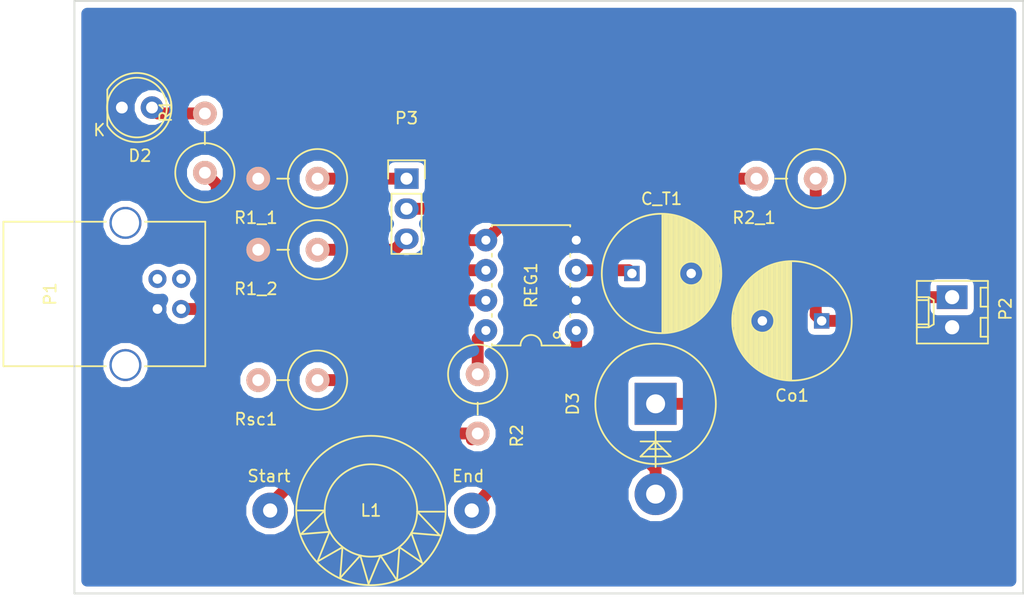
<source format=kicad_pcb>
(kicad_pcb (version 4) (host pcbnew 4.0.4-stable)

  (general
    (links 27)
    (no_connects 2)
    (area 99.924999 49.924999 180.075001 100.075001)
    (thickness 1.6)
    (drawings 4)
    (tracks 43)
    (zones 0)
    (modules 15)
    (nets 13)
  )

  (page A4)
  (layers
    (0 F.Cu signal)
    (31 B.Cu signal)
    (32 B.Adhes user)
    (33 F.Adhes user)
    (34 B.Paste user)
    (35 F.Paste user)
    (36 B.SilkS user)
    (37 F.SilkS user)
    (38 B.Mask user)
    (39 F.Mask user)
    (40 Dwgs.User user)
    (41 Cmts.User user)
    (42 Eco1.User user)
    (43 Eco2.User user)
    (44 Edge.Cuts user)
    (45 Margin user)
    (46 B.CrtYd user)
    (47 F.CrtYd user)
    (48 B.Fab user)
    (49 F.Fab user)
  )

  (setup
    (last_trace_width 1)
    (trace_clearance 0.2)
    (zone_clearance 0.508)
    (zone_45_only no)
    (trace_min 0.2)
    (segment_width 0.2)
    (edge_width 0.15)
    (via_size 0.6)
    (via_drill 0.4)
    (via_min_size 0.4)
    (via_min_drill 0.3)
    (uvia_size 0.3)
    (uvia_drill 0.1)
    (uvias_allowed no)
    (uvia_min_size 0.2)
    (uvia_min_drill 0.1)
    (pcb_text_width 0.3)
    (pcb_text_size 1.5 1.5)
    (mod_edge_width 0.15)
    (mod_text_size 1 1)
    (mod_text_width 0.15)
    (pad_size 1.524 1.524)
    (pad_drill 0.762)
    (pad_to_mask_clearance 0.2)
    (aux_axis_origin 0 0)
    (visible_elements 7FFFF7FF)
    (pcbplotparams
      (layerselection 0x00030_80000001)
      (usegerberextensions false)
      (excludeedgelayer true)
      (linewidth 0.100000)
      (plotframeref false)
      (viasonmask false)
      (mode 1)
      (useauxorigin false)
      (hpglpennumber 1)
      (hpglpenspeed 20)
      (hpglpendiameter 15)
      (hpglpenoverlay 2)
      (psnegative false)
      (psa4output false)
      (plotreference true)
      (plotvalue true)
      (plotinvisibletext false)
      (padsonsilk false)
      (subtractmaskfromsilk false)
      (outputformat 1)
      (mirror false)
      (drillshape 1)
      (scaleselection 1)
      (outputdirectory ""))
  )

  (net 0 "")
  (net 1 /TIM_CAP)
  (net 2 GND)
  (net 3 /Vout)
  (net 4 VCC)
  (net 5 "Net-(D2-Pad2)")
  (net 6 /SW_COL)
  (net 7 /Ipk)
  (net 8 /INV_IN)
  (net 9 /DRIV_COL)
  (net 10 "Net-(P3-Pad1)")
  (net 11 "Net-(P3-Pad3)")
  (net 12 "Net-(P1-Pad5)")

  (net_class Default "This is the default net class."
    (clearance 0.2)
    (trace_width 1)
    (via_dia 0.6)
    (via_drill 0.4)
    (uvia_dia 0.3)
    (uvia_drill 0.1)
    (add_net /DRIV_COL)
    (add_net /INV_IN)
    (add_net /Ipk)
    (add_net /SW_COL)
    (add_net /TIM_CAP)
    (add_net /Vout)
    (add_net GND)
    (add_net "Net-(D2-Pad2)")
    (add_net "Net-(P1-Pad5)")
    (add_net "Net-(P3-Pad1)")
    (add_net "Net-(P3-Pad3)")
    (add_net VCC)
  )

  (module Resistors_ThroughHole:Resistor_Vertical_RM5mm (layer F.Cu) (tedit 0) (tstamp 583B231B)
    (at 134 84 270)
    (descr "Resistor, Vertical, RM 5mm, 1/3W,")
    (tags "Resistor, Vertical, RM 5mm, 1/3W,")
    (path /583AC61D)
    (fp_text reference R2 (at 2.70002 -3.29946 270) (layer F.SilkS)
      (effects (font (size 1 1) (thickness 0.15)))
    )
    (fp_text value R180 (at 0 4.50088 270) (layer F.Fab)
      (effects (font (size 1 1) (thickness 0.15)))
    )
    (fp_line (start -0.09906 0) (end 0.9017 0) (layer F.SilkS) (width 0.15))
    (fp_circle (center -2.49936 0) (end 0 0) (layer F.SilkS) (width 0.15))
    (pad 1 thru_hole circle (at -2.49936 0 270) (size 1.99898 1.99898) (drill 1.00076) (layers *.Cu *.SilkS *.Mask)
      (net 9 /DRIV_COL))
    (pad 2 thru_hole circle (at 2.5019 0 270) (size 1.99898 1.99898) (drill 1.00076) (layers *.Cu *.SilkS *.Mask)
      (net 7 /Ipk))
  )

  (module Capacitors_ThroughHole:C_Radial_D10_L13_P5 (layer F.Cu) (tedit 0) (tstamp 583B22E5)
    (at 163 77 180)
    (descr "Radial Electrolytic Capacitor Diameter 10mm x Length 13mm, Pitch 5mm")
    (tags "Electrolytic Capacitor")
    (path /583AD3FB)
    (fp_text reference Co1 (at 2.5 -6.3 180) (layer F.SilkS)
      (effects (font (size 1 1) (thickness 0.15)))
    )
    (fp_text value 47uF (at 2.5 6.3 180) (layer F.Fab)
      (effects (font (size 1 1) (thickness 0.15)))
    )
    (fp_line (start 2.575 -4.999) (end 2.575 4.999) (layer F.SilkS) (width 0.15))
    (fp_line (start 2.715 -4.995) (end 2.715 4.995) (layer F.SilkS) (width 0.15))
    (fp_line (start 2.855 -4.987) (end 2.855 4.987) (layer F.SilkS) (width 0.15))
    (fp_line (start 2.995 -4.975) (end 2.995 4.975) (layer F.SilkS) (width 0.15))
    (fp_line (start 3.135 -4.96) (end 3.135 4.96) (layer F.SilkS) (width 0.15))
    (fp_line (start 3.275 -4.94) (end 3.275 4.94) (layer F.SilkS) (width 0.15))
    (fp_line (start 3.415 -4.916) (end 3.415 4.916) (layer F.SilkS) (width 0.15))
    (fp_line (start 3.555 -4.887) (end 3.555 4.887) (layer F.SilkS) (width 0.15))
    (fp_line (start 3.695 -4.855) (end 3.695 4.855) (layer F.SilkS) (width 0.15))
    (fp_line (start 3.835 -4.818) (end 3.835 4.818) (layer F.SilkS) (width 0.15))
    (fp_line (start 3.975 -4.777) (end 3.975 4.777) (layer F.SilkS) (width 0.15))
    (fp_line (start 4.115 -4.732) (end 4.115 -0.466) (layer F.SilkS) (width 0.15))
    (fp_line (start 4.115 0.466) (end 4.115 4.732) (layer F.SilkS) (width 0.15))
    (fp_line (start 4.255 -4.682) (end 4.255 -0.667) (layer F.SilkS) (width 0.15))
    (fp_line (start 4.255 0.667) (end 4.255 4.682) (layer F.SilkS) (width 0.15))
    (fp_line (start 4.395 -4.627) (end 4.395 -0.796) (layer F.SilkS) (width 0.15))
    (fp_line (start 4.395 0.796) (end 4.395 4.627) (layer F.SilkS) (width 0.15))
    (fp_line (start 4.535 -4.567) (end 4.535 -0.885) (layer F.SilkS) (width 0.15))
    (fp_line (start 4.535 0.885) (end 4.535 4.567) (layer F.SilkS) (width 0.15))
    (fp_line (start 4.675 -4.502) (end 4.675 -0.946) (layer F.SilkS) (width 0.15))
    (fp_line (start 4.675 0.946) (end 4.675 4.502) (layer F.SilkS) (width 0.15))
    (fp_line (start 4.815 -4.432) (end 4.815 -0.983) (layer F.SilkS) (width 0.15))
    (fp_line (start 4.815 0.983) (end 4.815 4.432) (layer F.SilkS) (width 0.15))
    (fp_line (start 4.955 -4.356) (end 4.955 -0.999) (layer F.SilkS) (width 0.15))
    (fp_line (start 4.955 0.999) (end 4.955 4.356) (layer F.SilkS) (width 0.15))
    (fp_line (start 5.095 -4.274) (end 5.095 -0.995) (layer F.SilkS) (width 0.15))
    (fp_line (start 5.095 0.995) (end 5.095 4.274) (layer F.SilkS) (width 0.15))
    (fp_line (start 5.235 -4.186) (end 5.235 -0.972) (layer F.SilkS) (width 0.15))
    (fp_line (start 5.235 0.972) (end 5.235 4.186) (layer F.SilkS) (width 0.15))
    (fp_line (start 5.375 -4.091) (end 5.375 -0.927) (layer F.SilkS) (width 0.15))
    (fp_line (start 5.375 0.927) (end 5.375 4.091) (layer F.SilkS) (width 0.15))
    (fp_line (start 5.515 -3.989) (end 5.515 -0.857) (layer F.SilkS) (width 0.15))
    (fp_line (start 5.515 0.857) (end 5.515 3.989) (layer F.SilkS) (width 0.15))
    (fp_line (start 5.655 -3.879) (end 5.655 -0.756) (layer F.SilkS) (width 0.15))
    (fp_line (start 5.655 0.756) (end 5.655 3.879) (layer F.SilkS) (width 0.15))
    (fp_line (start 5.795 -3.761) (end 5.795 -0.607) (layer F.SilkS) (width 0.15))
    (fp_line (start 5.795 0.607) (end 5.795 3.761) (layer F.SilkS) (width 0.15))
    (fp_line (start 5.935 -3.633) (end 5.935 -0.355) (layer F.SilkS) (width 0.15))
    (fp_line (start 5.935 0.355) (end 5.935 3.633) (layer F.SilkS) (width 0.15))
    (fp_line (start 6.075 -3.496) (end 6.075 3.496) (layer F.SilkS) (width 0.15))
    (fp_line (start 6.215 -3.346) (end 6.215 3.346) (layer F.SilkS) (width 0.15))
    (fp_line (start 6.355 -3.184) (end 6.355 3.184) (layer F.SilkS) (width 0.15))
    (fp_line (start 6.495 -3.007) (end 6.495 3.007) (layer F.SilkS) (width 0.15))
    (fp_line (start 6.635 -2.811) (end 6.635 2.811) (layer F.SilkS) (width 0.15))
    (fp_line (start 6.775 -2.593) (end 6.775 2.593) (layer F.SilkS) (width 0.15))
    (fp_line (start 6.915 -2.347) (end 6.915 2.347) (layer F.SilkS) (width 0.15))
    (fp_line (start 7.055 -2.062) (end 7.055 2.062) (layer F.SilkS) (width 0.15))
    (fp_line (start 7.195 -1.72) (end 7.195 1.72) (layer F.SilkS) (width 0.15))
    (fp_line (start 7.335 -1.274) (end 7.335 1.274) (layer F.SilkS) (width 0.15))
    (fp_line (start 7.475 -0.499) (end 7.475 0.499) (layer F.SilkS) (width 0.15))
    (fp_circle (center 5 0) (end 5 -1) (layer F.SilkS) (width 0.15))
    (fp_circle (center 2.5 0) (end 2.5 -5.0375) (layer F.SilkS) (width 0.15))
    (fp_circle (center 2.5 0) (end 2.5 -5.3) (layer F.CrtYd) (width 0.05))
    (pad 1 thru_hole rect (at 0 0 180) (size 1.3 1.3) (drill 0.8) (layers *.Cu *.Mask)
      (net 3 /Vout))
    (pad 2 thru_hole circle (at 5 0 180) (size 1.3 1.3) (drill 0.8) (layers *.Cu *.Mask)
      (net 2 GND))
    (model Capacitors_ThroughHole.3dshapes/C_Radial_D10_L13_P5.wrl
      (at (xyz 0.0984252 0 0))
      (scale (xyz 1 1 1))
      (rotate (xyz 0 0 90))
    )
  )

  (module LEDs:LED-5MM (layer F.Cu) (tedit 5570F7EA) (tstamp 583B22F1)
    (at 104 59)
    (descr "LED 5mm round vertical")
    (tags "LED 5mm round vertical")
    (path /583B06B6)
    (fp_text reference D2 (at 1.524 4.064) (layer F.SilkS)
      (effects (font (size 1 1) (thickness 0.15)))
    )
    (fp_text value PWR_LED (at 1.524 -3.937) (layer F.Fab)
      (effects (font (size 1 1) (thickness 0.15)))
    )
    (fp_line (start -1.5 -1.55) (end -1.5 1.55) (layer F.CrtYd) (width 0.05))
    (fp_arc (start 1.3 0) (end -1.5 1.55) (angle -302) (layer F.CrtYd) (width 0.05))
    (fp_arc (start 1.27 0) (end -1.23 -1.5) (angle 297.5) (layer F.SilkS) (width 0.15))
    (fp_line (start -1.23 1.5) (end -1.23 -1.5) (layer F.SilkS) (width 0.15))
    (fp_circle (center 1.27 0) (end 0.97 -2.5) (layer F.SilkS) (width 0.15))
    (fp_text user K (at -1.905 1.905) (layer F.SilkS)
      (effects (font (size 1 1) (thickness 0.15)))
    )
    (pad 1 thru_hole rect (at 0 0 90) (size 2 1.9) (drill 1.00076) (layers *.Cu *.Mask)
      (net 2 GND))
    (pad 2 thru_hole circle (at 2.54 0) (size 1.9 1.9) (drill 1.00076) (layers *.Cu *.Mask)
      (net 5 "Net-(D2-Pad2)"))
    (model LEDs.3dshapes/LED-5MM.wrl
      (at (xyz 0.05 0 0))
      (scale (xyz 1 1 1))
      (rotate (xyz 0 0 90))
    )
  )

  (module Diodes_ThroughHole:Diode_P600_Vertical_AnodeUp (layer F.Cu) (tedit 552FFE65) (tstamp 583B22F7)
    (at 149 84 270)
    (descr "Diode, P600, vertical, Anode up,")
    (tags "Diode, P600, vertical, Anode up,")
    (path /583AC739)
    (fp_text reference D3 (at 0 6.985 270) (layer F.SilkS)
      (effects (font (size 1 1) (thickness 0.15)))
    )
    (fp_text value D_Schottky_Small (at 0.635 -6.985 270) (layer F.Fab)
      (effects (font (size 1 1) (thickness 0.15)))
    )
    (fp_line (start 2.286 0) (end 5.334 0) (layer F.SilkS) (width 0.15))
    (fp_line (start 3.175 0) (end 4.445 0) (layer F.SilkS) (width 0.15))
    (fp_line (start 3.81 -0.635) (end 3.81 0.635) (layer F.SilkS) (width 0.15))
    (fp_line (start 3.175 0) (end 4.445 1.27) (layer F.SilkS) (width 0.15))
    (fp_line (start 3.175 0) (end 4.445 -1.27) (layer F.SilkS) (width 0.15))
    (fp_line (start 3.175 -1.27) (end 3.175 1.27) (layer F.SilkS) (width 0.15))
    (fp_line (start 4.445 -1.27) (end 4.445 1.27) (layer F.SilkS) (width 0.15))
    (fp_circle (center 0 0) (end 5.08 0) (layer F.SilkS) (width 0.15))
    (pad 2 thru_hole circle (at 7.62 0 270) (size 3.54076 3.54076) (drill 1.6002) (layers *.Cu *.Mask)
      (net 6 /SW_COL))
    (pad 1 thru_hole rect (at 0 0 270) (size 3.54076 3.54076) (drill 1.6002) (layers *.Cu *.Mask)
      (net 3 /Vout))
  )

  (module Choke_Toroid_ThroughHole:Choke_Toroid_horizontal_Diameter12-5mm_Amidon-T44 (layer F.Cu) (tedit 0) (tstamp 583B22FD)
    (at 125 93)
    (descr "Choke, Inductance, Toroid, horizontal, laying, Diameter 12,5mm, Amidon T44,")
    (tags "Choke, Inductance, Toroid, horizontal, laying, Diameter 12,5mm, Amidon T44,")
    (path /583AC668)
    (fp_text reference L1 (at 0 0) (layer F.SilkS)
      (effects (font (size 1 1) (thickness 0.15)))
    )
    (fp_text value 18uH (at 0 7.62) (layer F.Fab)
      (effects (font (size 1 1) (thickness 0.15)))
    )
    (fp_line (start -6.20014 0) (end -3.8989 0) (layer F.SilkS) (width 0.15))
    (fp_line (start -3.8989 0) (end -5.90042 1.99898) (layer F.SilkS) (width 0.15))
    (fp_line (start -5.90042 1.99898) (end -3.50012 1.80086) (layer F.SilkS) (width 0.15))
    (fp_line (start -3.50012 1.80086) (end -4.50088 4.30022) (layer F.SilkS) (width 0.15))
    (fp_line (start -4.50088 4.30022) (end -2.4003 3.0988) (layer F.SilkS) (width 0.15))
    (fp_line (start -2.4003 3.0988) (end -2.60096 5.69976) (layer F.SilkS) (width 0.15))
    (fp_line (start -2.60096 5.69976) (end -0.89916 3.79984) (layer F.SilkS) (width 0.15))
    (fp_line (start -0.89916 3.79984) (end -0.20066 6.20014) (layer F.SilkS) (width 0.15))
    (fp_line (start -0.20066 6.20014) (end 0.8001 3.79984) (layer F.SilkS) (width 0.15))
    (fp_line (start 0.8001 3.79984) (end 2.19964 5.90042) (layer F.SilkS) (width 0.15))
    (fp_line (start 2.19964 5.90042) (end 2.4003 3.0988) (layer F.SilkS) (width 0.15))
    (fp_line (start 2.4003 3.0988) (end 4.30022 4.39928) (layer F.SilkS) (width 0.15))
    (fp_line (start 4.30022 4.39928) (end 3.40106 1.89992) (layer F.SilkS) (width 0.15))
    (fp_line (start 3.40106 1.89992) (end 5.79882 2.10058) (layer F.SilkS) (width 0.15))
    (fp_line (start 5.79882 2.10058) (end 3.8989 0.09906) (layer F.SilkS) (width 0.15))
    (fp_line (start 3.8989 0.09906) (end 6.2992 0.09906) (layer F.SilkS) (width 0.15))
    (fp_circle (center 0 0) (end 3.8989 0) (layer F.SilkS) (width 0.15))
    (fp_circle (center 0 0) (end 6.2992 0) (layer F.SilkS) (width 0.15))
    (fp_text user End (at 8.19912 -2.90068) (layer F.SilkS)
      (effects (font (size 1 1) (thickness 0.15)))
    )
    (fp_text user Start (at -8.60044 -2.90068) (layer F.SilkS)
      (effects (font (size 1 1) (thickness 0.15)))
    )
    (pad 1 thru_hole circle (at -8.49884 0) (size 2.99974 2.99974) (drill 1.19888) (layers *.Cu *.Mask)
      (net 7 /Ipk))
    (pad 2 thru_hole circle (at 8.49884 0) (size 2.99974 2.99974) (drill 1.19888) (layers *.Cu *.Mask)
      (net 6 /SW_COL))
  )

  (module Connectors_Molex:Molex_KK-6410-02_02x2.54mm_Straight (layer F.Cu) (tedit 56C6219C) (tstamp 583B2309)
    (at 174 75 270)
    (descr "Connector Headers with Friction Lock, 22-27-2021, http://www.molex.com/pdm_docs/sd/022272021_sd.pdf")
    (tags "connector molex kk_6410 22-27-2021")
    (path /583B1181)
    (fp_text reference P2 (at 1 -4.5 270) (layer F.SilkS)
      (effects (font (size 1 1) (thickness 0.15)))
    )
    (fp_text value CONN_01X02 (at 1.27 4.5 270) (layer F.Fab)
      (effects (font (size 1 1) (thickness 0.15)))
    )
    (fp_line (start -1.37 -3.02) (end -1.37 2.98) (layer F.SilkS) (width 0.15))
    (fp_line (start -1.37 2.98) (end 3.91 2.98) (layer F.SilkS) (width 0.15))
    (fp_line (start 3.91 2.98) (end 3.91 -3.02) (layer F.SilkS) (width 0.15))
    (fp_line (start 3.91 -3.02) (end -1.37 -3.02) (layer F.SilkS) (width 0.15))
    (fp_line (start 0 2.98) (end 0 1.98) (layer F.SilkS) (width 0.15))
    (fp_line (start 0 1.98) (end 2.54 1.98) (layer F.SilkS) (width 0.15))
    (fp_line (start 2.54 1.98) (end 2.54 2.98) (layer F.SilkS) (width 0.15))
    (fp_line (start 0 1.98) (end 0.25 1.55) (layer F.SilkS) (width 0.15))
    (fp_line (start 0.25 1.55) (end 2.29 1.55) (layer F.SilkS) (width 0.15))
    (fp_line (start 2.29 1.55) (end 2.54 1.98) (layer F.SilkS) (width 0.15))
    (fp_line (start 0.25 2.98) (end 0.25 1.98) (layer F.SilkS) (width 0.15))
    (fp_line (start 2.29 2.98) (end 2.29 1.98) (layer F.SilkS) (width 0.15))
    (fp_line (start -0.8 -3.02) (end -0.8 -2.4) (layer F.SilkS) (width 0.15))
    (fp_line (start -0.8 -2.4) (end 0.8 -2.4) (layer F.SilkS) (width 0.15))
    (fp_line (start 0.8 -2.4) (end 0.8 -3.02) (layer F.SilkS) (width 0.15))
    (fp_line (start 1.74 -3.02) (end 1.74 -2.4) (layer F.SilkS) (width 0.15))
    (fp_line (start 1.74 -2.4) (end 3.34 -2.4) (layer F.SilkS) (width 0.15))
    (fp_line (start 3.34 -2.4) (end 3.34 -3.02) (layer F.SilkS) (width 0.15))
    (fp_line (start -1.9 3.5) (end -1.9 -3.55) (layer F.CrtYd) (width 0.05))
    (fp_line (start -1.9 -3.55) (end 4.45 -3.55) (layer F.CrtYd) (width 0.05))
    (fp_line (start 4.45 -3.55) (end 4.45 3.5) (layer F.CrtYd) (width 0.05))
    (fp_line (start 4.45 3.5) (end -1.9 3.5) (layer F.CrtYd) (width 0.05))
    (pad 1 thru_hole rect (at 0 0 270) (size 2 2.6) (drill 1.2) (layers *.Cu *.Mask)
      (net 3 /Vout))
    (pad 2 thru_hole oval (at 2.54 0 270) (size 2 2.6) (drill 1.2) (layers *.Cu *.Mask)
      (net 2 GND))
  )

  (module Resistors_ThroughHole:Resistor_Vertical_RM5mm (layer F.Cu) (tedit 0) (tstamp 583B2315)
    (at 118 65 180)
    (descr "Resistor, Vertical, RM 5mm, 1/3W,")
    (tags "Resistor, Vertical, RM 5mm, 1/3W,")
    (path /583AE449)
    (fp_text reference R1_1 (at 2.70002 -3.29946 180) (layer F.SilkS)
      (effects (font (size 1 1) (thickness 0.15)))
    )
    (fp_text value 36k (at 0 4.50088 180) (layer F.Fab)
      (effects (font (size 1 1) (thickness 0.15)))
    )
    (fp_line (start -0.09906 0) (end 0.9017 0) (layer F.SilkS) (width 0.15))
    (fp_circle (center -2.49936 0) (end 0 0) (layer F.SilkS) (width 0.15))
    (pad 1 thru_hole circle (at -2.49936 0 180) (size 1.99898 1.99898) (drill 1.00076) (layers *.Cu *.SilkS *.Mask)
      (net 10 "Net-(P3-Pad1)"))
    (pad 2 thru_hole circle (at 2.5019 0 180) (size 1.99898 1.99898) (drill 1.00076) (layers *.Cu *.SilkS *.Mask)
      (net 2 GND))
  )

  (module Resistors_ThroughHole:Resistor_Vertical_RM5mm (layer F.Cu) (tedit 0) (tstamp 583B2321)
    (at 160 65 180)
    (descr "Resistor, Vertical, RM 5mm, 1/3W,")
    (tags "Resistor, Vertical, RM 5mm, 1/3W,")
    (path /583AE4C8)
    (fp_text reference R2_1 (at 2.70002 -3.29946 180) (layer F.SilkS)
      (effects (font (size 1 1) (thickness 0.15)))
    )
    (fp_text value R (at 0 4.50088 180) (layer F.Fab)
      (effects (font (size 1 1) (thickness 0.15)))
    )
    (fp_line (start -0.09906 0) (end 0.9017 0) (layer F.SilkS) (width 0.15))
    (fp_circle (center -2.49936 0) (end 0 0) (layer F.SilkS) (width 0.15))
    (pad 1 thru_hole circle (at -2.49936 0 180) (size 1.99898 1.99898) (drill 1.00076) (layers *.Cu *.SilkS *.Mask)
      (net 3 /Vout))
    (pad 2 thru_hole circle (at 2.5019 0 180) (size 1.99898 1.99898) (drill 1.00076) (layers *.Cu *.SilkS *.Mask)
      (net 8 /INV_IN))
  )

  (module Power_Integrations:PDIP-8 (layer F.Cu) (tedit 0) (tstamp 583B232D)
    (at 138.5 74 90)
    (descr "PDIP-8 Standard 300mil 8pin Dual In Line Package")
    (tags "Power Integrations P Package")
    (path /583ABB54)
    (fp_text reference REG1 (at 0 0 90) (layer F.SilkS)
      (effects (font (size 1 1) (thickness 0.15)))
    )
    (fp_text value MC34063AP (at 0 0 90) (layer F.Fab)
      (effects (font (size 1 1) (thickness 0.15)))
    )
    (fp_line (start -5.08 0.889) (end -5.08 3.302) (layer F.SilkS) (width 0.15))
    (fp_line (start -5.08 -0.889) (end -5.08 -3.302) (layer F.SilkS) (width 0.15))
    (fp_arc (start -5.08 0) (end -4.191 0) (angle 90) (layer F.SilkS) (width 0.15))
    (fp_arc (start -5.08 0) (end -5.08 -0.889) (angle 90) (layer F.SilkS) (width 0.15))
    (fp_circle (center -4.191 2.159) (end -3.937 2.159) (layer F.SilkS) (width 0.15))
    (fp_line (start 5.08 3.302) (end 4.953 3.302) (layer F.SilkS) (width 0.15))
    (fp_line (start 2.413 3.302) (end 2.667 3.302) (layer F.SilkS) (width 0.15))
    (fp_line (start -0.127 3.302) (end 0.127 3.302) (layer F.SilkS) (width 0.15))
    (fp_line (start -2.667 3.302) (end -2.413 3.302) (layer F.SilkS) (width 0.15))
    (fp_line (start -5.08 3.302) (end -4.953 3.302) (layer F.SilkS) (width 0.15))
    (fp_line (start -5.08 -3.302) (end -4.953 -3.302) (layer F.SilkS) (width 0.15))
    (fp_line (start 5.08 -3.302) (end 4.953 -3.302) (layer F.SilkS) (width 0.15))
    (fp_line (start 2.413 -3.302) (end 2.667 -3.302) (layer F.SilkS) (width 0.15))
    (fp_line (start -0.127 -3.302) (end 0.127 -3.302) (layer F.SilkS) (width 0.15))
    (fp_line (start -2.667 -3.302) (end -2.413 -3.302) (layer F.SilkS) (width 0.15))
    (fp_line (start 5.08 3.302) (end 5.08 -3.302) (layer F.SilkS) (width 0.15))
    (pad 1 thru_hole circle (at -3.81 3.81 90) (size 1.905 1.905) (drill 0.762) (layers *.Cu *.Mask)
      (net 6 /SW_COL))
    (pad 2 thru_hole circle (at -1.27 3.81 90) (size 1.905 1.905) (drill 0.762) (layers *.Cu *.Mask)
      (net 2 GND))
    (pad 3 thru_hole circle (at 1.27 3.81 90) (size 1.905 1.905) (drill 0.762) (layers *.Cu *.Mask)
      (net 1 /TIM_CAP))
    (pad 4 thru_hole circle (at 3.81 3.81 90) (size 1.905 1.905) (drill 0.762) (layers *.Cu *.Mask)
      (net 2 GND))
    (pad 5 thru_hole circle (at 3.81 -3.81 90) (size 1.905 1.905) (drill 0.762) (layers *.Cu *.Mask)
      (net 8 /INV_IN))
    (pad 6 thru_hole circle (at 1.27 -3.81 90) (size 1.905 1.905) (drill 0.762) (layers *.Cu *.Mask)
      (net 4 VCC))
    (pad 7 thru_hole circle (at -1.27 -3.81 90) (size 1.905 1.905) (drill 0.762) (layers *.Cu *.Mask)
      (net 7 /Ipk))
    (pad 8 thru_hole circle (at -3.81 -3.81 90) (size 1.905 1.905) (drill 0.762) (layers *.Cu *.Mask)
      (net 9 /DRIV_COL))
  )

  (module Resistors_ThroughHole:Resistor_Vertical_RM5mm (layer F.Cu) (tedit 0) (tstamp 583B2333)
    (at 118 82 180)
    (descr "Resistor, Vertical, RM 5mm, 1/3W,")
    (tags "Resistor, Vertical, RM 5mm, 1/3W,")
    (path /583AC5C0)
    (fp_text reference Rsc1 (at 2.70002 -3.29946 180) (layer F.SilkS)
      (effects (font (size 1 1) (thickness 0.15)))
    )
    (fp_text value 0R15 (at 0 4.50088 180) (layer F.Fab)
      (effects (font (size 1 1) (thickness 0.15)))
    )
    (fp_line (start -0.09906 0) (end 0.9017 0) (layer F.SilkS) (width 0.15))
    (fp_circle (center -2.49936 0) (end 0 0) (layer F.SilkS) (width 0.15))
    (pad 1 thru_hole circle (at -2.49936 0 180) (size 1.99898 1.99898) (drill 1.00076) (layers *.Cu *.SilkS *.Mask)
      (net 7 /Ipk))
    (pad 2 thru_hole circle (at 2.5019 0 180) (size 1.99898 1.99898) (drill 1.00076) (layers *.Cu *.SilkS *.Mask)
      (net 4 VCC))
  )

  (module Capacitors_ThroughHole:C_Radial_D10_L13_P5 (layer F.Cu) (tedit 0) (tstamp 58446A90)
    (at 147 73)
    (descr "Radial Electrolytic Capacitor Diameter 10mm x Length 13mm, Pitch 5mm")
    (tags "Electrolytic Capacitor")
    (path /583AF09B)
    (fp_text reference C_T1 (at 2.5 -6.3) (layer F.SilkS)
      (effects (font (size 1 1) (thickness 0.15)))
    )
    (fp_text value 330uF (at 2.5 6.3) (layer F.Fab)
      (effects (font (size 1 1) (thickness 0.15)))
    )
    (fp_line (start 2.575 -4.999) (end 2.575 4.999) (layer F.SilkS) (width 0.15))
    (fp_line (start 2.715 -4.995) (end 2.715 4.995) (layer F.SilkS) (width 0.15))
    (fp_line (start 2.855 -4.987) (end 2.855 4.987) (layer F.SilkS) (width 0.15))
    (fp_line (start 2.995 -4.975) (end 2.995 4.975) (layer F.SilkS) (width 0.15))
    (fp_line (start 3.135 -4.96) (end 3.135 4.96) (layer F.SilkS) (width 0.15))
    (fp_line (start 3.275 -4.94) (end 3.275 4.94) (layer F.SilkS) (width 0.15))
    (fp_line (start 3.415 -4.916) (end 3.415 4.916) (layer F.SilkS) (width 0.15))
    (fp_line (start 3.555 -4.887) (end 3.555 4.887) (layer F.SilkS) (width 0.15))
    (fp_line (start 3.695 -4.855) (end 3.695 4.855) (layer F.SilkS) (width 0.15))
    (fp_line (start 3.835 -4.818) (end 3.835 4.818) (layer F.SilkS) (width 0.15))
    (fp_line (start 3.975 -4.777) (end 3.975 4.777) (layer F.SilkS) (width 0.15))
    (fp_line (start 4.115 -4.732) (end 4.115 -0.466) (layer F.SilkS) (width 0.15))
    (fp_line (start 4.115 0.466) (end 4.115 4.732) (layer F.SilkS) (width 0.15))
    (fp_line (start 4.255 -4.682) (end 4.255 -0.667) (layer F.SilkS) (width 0.15))
    (fp_line (start 4.255 0.667) (end 4.255 4.682) (layer F.SilkS) (width 0.15))
    (fp_line (start 4.395 -4.627) (end 4.395 -0.796) (layer F.SilkS) (width 0.15))
    (fp_line (start 4.395 0.796) (end 4.395 4.627) (layer F.SilkS) (width 0.15))
    (fp_line (start 4.535 -4.567) (end 4.535 -0.885) (layer F.SilkS) (width 0.15))
    (fp_line (start 4.535 0.885) (end 4.535 4.567) (layer F.SilkS) (width 0.15))
    (fp_line (start 4.675 -4.502) (end 4.675 -0.946) (layer F.SilkS) (width 0.15))
    (fp_line (start 4.675 0.946) (end 4.675 4.502) (layer F.SilkS) (width 0.15))
    (fp_line (start 4.815 -4.432) (end 4.815 -0.983) (layer F.SilkS) (width 0.15))
    (fp_line (start 4.815 0.983) (end 4.815 4.432) (layer F.SilkS) (width 0.15))
    (fp_line (start 4.955 -4.356) (end 4.955 -0.999) (layer F.SilkS) (width 0.15))
    (fp_line (start 4.955 0.999) (end 4.955 4.356) (layer F.SilkS) (width 0.15))
    (fp_line (start 5.095 -4.274) (end 5.095 -0.995) (layer F.SilkS) (width 0.15))
    (fp_line (start 5.095 0.995) (end 5.095 4.274) (layer F.SilkS) (width 0.15))
    (fp_line (start 5.235 -4.186) (end 5.235 -0.972) (layer F.SilkS) (width 0.15))
    (fp_line (start 5.235 0.972) (end 5.235 4.186) (layer F.SilkS) (width 0.15))
    (fp_line (start 5.375 -4.091) (end 5.375 -0.927) (layer F.SilkS) (width 0.15))
    (fp_line (start 5.375 0.927) (end 5.375 4.091) (layer F.SilkS) (width 0.15))
    (fp_line (start 5.515 -3.989) (end 5.515 -0.857) (layer F.SilkS) (width 0.15))
    (fp_line (start 5.515 0.857) (end 5.515 3.989) (layer F.SilkS) (width 0.15))
    (fp_line (start 5.655 -3.879) (end 5.655 -0.756) (layer F.SilkS) (width 0.15))
    (fp_line (start 5.655 0.756) (end 5.655 3.879) (layer F.SilkS) (width 0.15))
    (fp_line (start 5.795 -3.761) (end 5.795 -0.607) (layer F.SilkS) (width 0.15))
    (fp_line (start 5.795 0.607) (end 5.795 3.761) (layer F.SilkS) (width 0.15))
    (fp_line (start 5.935 -3.633) (end 5.935 -0.355) (layer F.SilkS) (width 0.15))
    (fp_line (start 5.935 0.355) (end 5.935 3.633) (layer F.SilkS) (width 0.15))
    (fp_line (start 6.075 -3.496) (end 6.075 3.496) (layer F.SilkS) (width 0.15))
    (fp_line (start 6.215 -3.346) (end 6.215 3.346) (layer F.SilkS) (width 0.15))
    (fp_line (start 6.355 -3.184) (end 6.355 3.184) (layer F.SilkS) (width 0.15))
    (fp_line (start 6.495 -3.007) (end 6.495 3.007) (layer F.SilkS) (width 0.15))
    (fp_line (start 6.635 -2.811) (end 6.635 2.811) (layer F.SilkS) (width 0.15))
    (fp_line (start 6.775 -2.593) (end 6.775 2.593) (layer F.SilkS) (width 0.15))
    (fp_line (start 6.915 -2.347) (end 6.915 2.347) (layer F.SilkS) (width 0.15))
    (fp_line (start 7.055 -2.062) (end 7.055 2.062) (layer F.SilkS) (width 0.15))
    (fp_line (start 7.195 -1.72) (end 7.195 1.72) (layer F.SilkS) (width 0.15))
    (fp_line (start 7.335 -1.274) (end 7.335 1.274) (layer F.SilkS) (width 0.15))
    (fp_line (start 7.475 -0.499) (end 7.475 0.499) (layer F.SilkS) (width 0.15))
    (fp_circle (center 5 0) (end 5 -1) (layer F.SilkS) (width 0.15))
    (fp_circle (center 2.5 0) (end 2.5 -5.0375) (layer F.SilkS) (width 0.15))
    (fp_circle (center 2.5 0) (end 2.5 -5.3) (layer F.CrtYd) (width 0.05))
    (pad 1 thru_hole rect (at 0 0) (size 1.3 1.3) (drill 0.8) (layers *.Cu *.Mask)
      (net 1 /TIM_CAP))
    (pad 2 thru_hole circle (at 5 0) (size 1.3 1.3) (drill 0.8) (layers *.Cu *.Mask)
      (net 2 GND))
    (model Capacitors_ThroughHole.3dshapes/C_Radial_D10_L13_P5.wrl
      (at (xyz 0.0984252 0 0))
      (scale (xyz 1 1 1))
      (rotate (xyz 0 0 90))
    )
  )

  (module Pin_Headers:Pin_Header_Straight_1x03 (layer F.Cu) (tedit 0) (tstamp 58446A97)
    (at 128 65)
    (descr "Through hole pin header")
    (tags "pin header")
    (path /58448F5B)
    (fp_text reference P3 (at 0 -5.1) (layer F.SilkS)
      (effects (font (size 1 1) (thickness 0.15)))
    )
    (fp_text value CONN_01X03 (at 0 -3.1) (layer F.Fab)
      (effects (font (size 1 1) (thickness 0.15)))
    )
    (fp_line (start -1.75 -1.75) (end -1.75 6.85) (layer F.CrtYd) (width 0.05))
    (fp_line (start 1.75 -1.75) (end 1.75 6.85) (layer F.CrtYd) (width 0.05))
    (fp_line (start -1.75 -1.75) (end 1.75 -1.75) (layer F.CrtYd) (width 0.05))
    (fp_line (start -1.75 6.85) (end 1.75 6.85) (layer F.CrtYd) (width 0.05))
    (fp_line (start -1.27 1.27) (end -1.27 6.35) (layer F.SilkS) (width 0.15))
    (fp_line (start -1.27 6.35) (end 1.27 6.35) (layer F.SilkS) (width 0.15))
    (fp_line (start 1.27 6.35) (end 1.27 1.27) (layer F.SilkS) (width 0.15))
    (fp_line (start 1.55 -1.55) (end 1.55 0) (layer F.SilkS) (width 0.15))
    (fp_line (start 1.27 1.27) (end -1.27 1.27) (layer F.SilkS) (width 0.15))
    (fp_line (start -1.55 0) (end -1.55 -1.55) (layer F.SilkS) (width 0.15))
    (fp_line (start -1.55 -1.55) (end 1.55 -1.55) (layer F.SilkS) (width 0.15))
    (pad 1 thru_hole rect (at 0 0) (size 2.032 1.7272) (drill 1.016) (layers *.Cu *.Mask)
      (net 10 "Net-(P3-Pad1)"))
    (pad 2 thru_hole oval (at 0 2.54) (size 2.032 1.7272) (drill 1.016) (layers *.Cu *.Mask)
      (net 8 /INV_IN))
    (pad 3 thru_hole oval (at 0 5.08) (size 2.032 1.7272) (drill 1.016) (layers *.Cu *.Mask)
      (net 11 "Net-(P3-Pad3)"))
    (model Pin_Headers.3dshapes/Pin_Header_Straight_1x03.wrl
      (at (xyz 0 -0.1 0))
      (scale (xyz 1 1 1))
      (rotate (xyz 0 0 90))
    )
  )

  (module Resistors_ThroughHole:Resistor_Vertical_RM5mm (layer F.Cu) (tedit 0) (tstamp 58446A9D)
    (at 118 71 180)
    (descr "Resistor, Vertical, RM 5mm, 1/3W,")
    (tags "Resistor, Vertical, RM 5mm, 1/3W,")
    (path /58448E13)
    (fp_text reference R1_2 (at 2.70002 -3.29946 180) (layer F.SilkS)
      (effects (font (size 1 1) (thickness 0.15)))
    )
    (fp_text value 18k (at 0 4.50088 180) (layer F.Fab)
      (effects (font (size 1 1) (thickness 0.15)))
    )
    (fp_line (start -0.09906 0) (end 0.9017 0) (layer F.SilkS) (width 0.15))
    (fp_circle (center -2.49936 0) (end 0 0) (layer F.SilkS) (width 0.15))
    (pad 1 thru_hole circle (at -2.49936 0 180) (size 1.99898 1.99898) (drill 1.00076) (layers *.Cu *.SilkS *.Mask)
      (net 11 "Net-(P3-Pad3)"))
    (pad 2 thru_hole circle (at 2.5019 0 180) (size 1.99898 1.99898) (drill 1.00076) (layers *.Cu *.SilkS *.Mask)
      (net 2 GND))
  )

  (module Connect:USB_B (layer F.Cu) (tedit 55B36073) (tstamp 58446DAC)
    (at 109 76 180)
    (descr "USB B connector")
    (tags "USB_B USB_DEV")
    (path /58449888)
    (fp_text reference P1 (at 11.049 1.27 270) (layer F.SilkS)
      (effects (font (size 1 1) (thickness 0.15)))
    )
    (fp_text value USB_B (at 4.699 1.27 270) (layer F.Fab)
      (effects (font (size 1 1) (thickness 0.15)))
    )
    (fp_line (start 15.25 8.9) (end -2.3 8.9) (layer F.CrtYd) (width 0.05))
    (fp_line (start -2.3 8.9) (end -2.3 -6.35) (layer F.CrtYd) (width 0.05))
    (fp_line (start -2.3 -6.35) (end 15.25 -6.35) (layer F.CrtYd) (width 0.05))
    (fp_line (start 15.25 -6.35) (end 15.25 8.9) (layer F.CrtYd) (width 0.05))
    (fp_line (start 6.35 7.366) (end 14.986 7.366) (layer F.SilkS) (width 0.15))
    (fp_line (start -2.032 7.366) (end 3.048 7.366) (layer F.SilkS) (width 0.15))
    (fp_line (start 6.35 -4.826) (end 14.986 -4.826) (layer F.SilkS) (width 0.15))
    (fp_line (start -2.032 -4.826) (end 3.048 -4.826) (layer F.SilkS) (width 0.15))
    (fp_line (start 14.986 -4.826) (end 14.986 7.366) (layer F.SilkS) (width 0.15))
    (fp_line (start -2.032 7.366) (end -2.032 -4.826) (layer F.SilkS) (width 0.15))
    (pad 2 thru_hole circle (at 0 2.54 90) (size 1.524 1.524) (drill 0.8128) (layers *.Cu *.Mask))
    (pad 1 thru_hole circle (at 0 0 90) (size 1.524 1.524) (drill 0.8128) (layers *.Cu *.Mask)
      (net 4 VCC))
    (pad 4 thru_hole circle (at 1.99898 0 90) (size 1.524 1.524) (drill 0.8128) (layers *.Cu *.Mask)
      (net 2 GND))
    (pad 3 thru_hole circle (at 1.99898 2.54 90) (size 1.524 1.524) (drill 0.8128) (layers *.Cu *.Mask))
    (pad 5 thru_hole circle (at 4.699 7.26948 90) (size 2.70002 2.70002) (drill 2.30124) (layers *.Cu *.Mask)
      (net 12 "Net-(P1-Pad5)"))
    (pad 5 thru_hole circle (at 4.699 -4.72948 90) (size 2.70002 2.70002) (drill 2.30124) (layers *.Cu *.Mask)
      (net 12 "Net-(P1-Pad5)"))
    (model Connect.3dshapes/USB_B.wrl
      (at (xyz 0.185 -0.05 0.001))
      (scale (xyz 0.3937 0.3937 0.3937))
      (rotate (xyz 0 0 -90))
    )
  )

  (module Resistors_ThroughHole:Resistor_Vertical_RM5mm (layer F.Cu) (tedit 0) (tstamp 58446E1E)
    (at 111 62 90)
    (descr "Resistor, Vertical, RM 5mm, 1/3W,")
    (tags "Resistor, Vertical, RM 5mm, 1/3W,")
    (path /583B0705)
    (fp_text reference R1 (at 2.70002 -3.29946 90) (layer F.SilkS)
      (effects (font (size 1 1) (thickness 0.15)))
    )
    (fp_text value R220 (at 0 4.50088 90) (layer F.Fab)
      (effects (font (size 1 1) (thickness 0.15)))
    )
    (fp_line (start -0.09906 0) (end 0.9017 0) (layer F.SilkS) (width 0.15))
    (fp_circle (center -2.49936 0) (end 0 0) (layer F.SilkS) (width 0.15))
    (pad 1 thru_hole circle (at -2.49936 0 90) (size 1.99898 1.99898) (drill 1.00076) (layers *.Cu *.SilkS *.Mask)
      (net 4 VCC))
    (pad 2 thru_hole circle (at 2.5019 0 90) (size 1.99898 1.99898) (drill 1.00076) (layers *.Cu *.SilkS *.Mask)
      (net 5 "Net-(D2-Pad2)"))
  )

  (gr_line (start 180 100) (end 100 100) (angle 90) (layer Edge.Cuts) (width 0.15))
  (gr_line (start 180 50) (end 180 100) (angle 90) (layer Edge.Cuts) (width 0.15))
  (gr_line (start 100 50) (end 180 50) (angle 90) (layer Edge.Cuts) (width 0.15))
  (gr_line (start 100 100) (end 100 50) (angle 90) (layer Edge.Cuts) (width 0.15))

  (segment (start 142.31 72.73) (end 146.73 72.73) (width 1) (layer F.Cu) (net 1))
  (segment (start 146.73 72.73) (end 147 73) (width 1) (layer F.Cu) (net 1) (tstamp 5844722B))
  (segment (start 149 84) (end 161 84) (width 1) (layer F.Cu) (net 3) (status 400000))
  (segment (start 161 84) (end 168 77) (width 1) (layer F.Cu) (net 3) (tstamp 58447286))
  (segment (start 163 77) (end 168 77) (width 1) (layer F.Cu) (net 3))
  (segment (start 170 75) (end 174 75) (width 1) (layer F.Cu) (net 3) (tstamp 58447224))
  (segment (start 168 77) (end 170 75) (width 1) (layer F.Cu) (net 3) (tstamp 58447223))
  (segment (start 162.49936 65) (end 162.49936 76.49936) (width 1) (layer F.Cu) (net 3))
  (segment (start 162.49936 76.49936) (end 163 77) (width 1) (layer F.Cu) (net 3) (tstamp 58447204))
  (segment (start 112 76) (end 112 65.49936) (width 1) (layer F.Cu) (net 4))
  (segment (start 112 65.49936) (end 111 64.49936) (width 1) (layer F.Cu) (net 4) (tstamp 584471EB))
  (segment (start 109 76) (end 112 76) (width 1) (layer F.Cu) (net 4))
  (segment (start 112 76) (end 128 76) (width 1) (layer F.Cu) (net 4) (tstamp 584471E9))
  (segment (start 131.27 72.73) (end 134.69 72.73) (width 1) (layer F.Cu) (net 4) (tstamp 584471A1))
  (segment (start 128 76) (end 131.27 72.73) (width 1) (layer F.Cu) (net 4) (tstamp 5844719F))
  (segment (start 111 59.4981) (end 107.0381 59.4981) (width 1) (layer F.Cu) (net 5))
  (segment (start 107.0381 59.4981) (end 106.54 59) (width 1) (layer F.Cu) (net 5) (tstamp 584471EE))
  (segment (start 149 91.62) (end 149 89.50116) (width 1) (layer F.Cu) (net 6) (status 400000))
  (segment (start 149 89.50116) (end 142.31 82.81116) (width 1) (layer F.Cu) (net 6) (tstamp 58447283))
  (segment (start 142.31 77.81) (end 142.31 82.81116) (width 1) (layer F.Cu) (net 6))
  (segment (start 142.31 82.81116) (end 133.49884 93) (width 1) (layer F.Cu) (net 6) (tstamp 5844722E) (status 20))
  (segment (start 116.50116 93) (end 116.50116 92.49884) (width 1) (layer F.Cu) (net 7))
  (segment (start 116.50116 92.49884) (end 126.5 82.5) (width 1) (layer F.Cu) (net 7) (tstamp 58447250))
  (segment (start 134 86.5019) (end 130.5019 86.5019) (width 1) (layer F.Cu) (net 7))
  (segment (start 130.5019 86.5019) (end 126.5 82.5) (width 1) (layer F.Cu) (net 7) (tstamp 584471C2))
  (segment (start 126.5 82.5) (end 126 82) (width 1) (layer F.Cu) (net 7) (tstamp 58447253))
  (segment (start 133.50116 87.00074) (end 134 86.5019) (width 1) (layer F.Cu) (net 7) (tstamp 584471AA))
  (segment (start 134 86.5019) (end 133.5019 86.5019) (width 1) (layer F.Cu) (net 7) (tstamp 584471AB))
  (segment (start 120.49936 82) (end 126 82) (width 1) (layer F.Cu) (net 7))
  (segment (start 132.73 75.27) (end 134.69 75.27) (width 1) (layer F.Cu) (net 7) (tstamp 584471A7))
  (segment (start 127.5 80.5) (end 132.73 75.27) (width 1) (layer F.Cu) (net 7) (tstamp 584471AF))
  (segment (start 126 82) (end 127.5 80.5) (width 1) (layer F.Cu) (net 7) (tstamp 584471A5))
  (segment (start 157.4981 65) (end 139.88 65) (width 1) (layer F.Cu) (net 8))
  (segment (start 139.88 65) (end 134.69 70.19) (width 1) (layer F.Cu) (net 8) (tstamp 58447227))
  (segment (start 134.69 70.19) (end 133.19 70.19) (width 1) (layer F.Cu) (net 8))
  (segment (start 130.54 67.54) (end 128 67.54) (width 1) (layer F.Cu) (net 8) (tstamp 584471C6))
  (segment (start 133.19 70.19) (end 130.54 67.54) (width 1) (layer F.Cu) (net 8) (tstamp 584471C5))
  (segment (start 134 81.50064) (end 134 78.5) (width 1) (layer F.Cu) (net 9))
  (segment (start 134 78.5) (end 134.69 77.81) (width 1) (layer F.Cu) (net 9) (tstamp 584471B1))
  (segment (start 120.49936 65) (end 128 65) (width 1) (layer F.Cu) (net 10))
  (segment (start 128 70.08) (end 127.92 70.08) (width 1) (layer F.Cu) (net 11))
  (segment (start 127.92 70.08) (end 127 71) (width 1) (layer F.Cu) (net 11) (tstamp 584471C9))
  (segment (start 127 71) (end 120.49936 71) (width 1) (layer F.Cu) (net 11) (tstamp 584471CA))

  (zone (net 2) (net_name GND) (layer B.Cu) (tstamp 58446E3E) (hatch edge 0.508)
    (connect_pads yes (clearance 0.508))
    (min_thickness 1)
    (fill yes (mode segment) (arc_segments 16) (thermal_gap 0.508) (thermal_bridge_width 0.508))
    (polygon
      (pts
        (xy 180 100) (xy 100 100) (xy 100 50) (xy 180 50)
      )
    )
    (filled_polygon
      (pts
        (xy 178.917 98.917) (xy 101.083 98.917) (xy 101.083 93.496658) (xy 113.992856 93.496658) (xy 114.373852 94.418738)
        (xy 115.078711 95.124829) (xy 116.000125 95.507434) (xy 116.997818 95.508304) (xy 117.919898 95.127308) (xy 118.625989 94.422449)
        (xy 119.008594 93.501035) (xy 119.008597 93.496658) (xy 130.990536 93.496658) (xy 131.371532 94.418738) (xy 132.076391 95.124829)
        (xy 132.997805 95.507434) (xy 133.995498 95.508304) (xy 134.917578 95.127308) (xy 135.623669 94.422449) (xy 136.006274 93.501035)
        (xy 136.007144 92.503342) (xy 135.869505 92.170229) (xy 146.221138 92.170229) (xy 146.64323 93.19177) (xy 147.424119 93.974023)
        (xy 148.444921 94.397897) (xy 149.550229 94.398862) (xy 150.57177 93.97677) (xy 151.354023 93.195881) (xy 151.777897 92.175079)
        (xy 151.778862 91.069771) (xy 151.35677 90.04823) (xy 150.575881 89.265977) (xy 149.555079 88.842103) (xy 148.449771 88.841138)
        (xy 147.42823 89.26323) (xy 146.645977 90.044119) (xy 146.222103 91.064921) (xy 146.221138 92.170229) (xy 135.869505 92.170229)
        (xy 135.626148 91.581262) (xy 134.921289 90.875171) (xy 133.999875 90.492566) (xy 133.002182 90.491696) (xy 132.080102 90.872692)
        (xy 131.374011 91.577551) (xy 130.991406 92.498965) (xy 130.990536 93.496658) (xy 119.008597 93.496658) (xy 119.009464 92.503342)
        (xy 118.628468 91.581262) (xy 117.923609 90.875171) (xy 117.002195 90.492566) (xy 116.004502 90.491696) (xy 115.082422 90.872692)
        (xy 114.376331 91.577551) (xy 113.993726 92.498965) (xy 113.992856 93.496658) (xy 101.083 93.496658) (xy 101.083 86.899463)
        (xy 131.992162 86.899463) (xy 132.29714 87.637566) (xy 132.861364 88.202775) (xy 133.598934 88.509041) (xy 134.397563 88.509738)
        (xy 135.135666 88.20476) (xy 135.700875 87.640536) (xy 136.007141 86.902966) (xy 136.007838 86.104337) (xy 135.70286 85.366234)
        (xy 135.138636 84.801025) (xy 134.401066 84.494759) (xy 133.602437 84.494062) (xy 132.864334 84.79904) (xy 132.299125 85.363264)
        (xy 131.992859 86.100834) (xy 131.992162 86.899463) (xy 101.083 86.899463) (xy 101.083 81.196459) (xy 101.942582 81.196459)
        (xy 102.300811 82.06344) (xy 102.963551 82.727338) (xy 103.829905 83.08708) (xy 104.767979 83.087898) (xy 105.63496 82.729669)
        (xy 105.967646 82.397563) (xy 113.490262 82.397563) (xy 113.79524 83.135666) (xy 114.359464 83.700875) (xy 115.097034 84.007141)
        (xy 115.895663 84.007838) (xy 116.633766 83.70286) (xy 117.198975 83.138636) (xy 117.505241 82.401066) (xy 117.505244 82.397563)
        (xy 118.491522 82.397563) (xy 118.7965 83.135666) (xy 119.360724 83.700875) (xy 120.098294 84.007141) (xy 120.896923 84.007838)
        (xy 121.635026 83.70286) (xy 122.200235 83.138636) (xy 122.506501 82.401066) (xy 122.506939 81.898203) (xy 131.992162 81.898203)
        (xy 132.29714 82.636306) (xy 132.861364 83.201515) (xy 133.598934 83.507781) (xy 134.397563 83.508478) (xy 135.135666 83.2035)
        (xy 135.700875 82.639276) (xy 135.870979 82.22962) (xy 146.201873 82.22962) (xy 146.201873 85.77038) (xy 146.27216 86.143922)
        (xy 146.492923 86.486998) (xy 146.829769 86.717155) (xy 147.22962 86.798127) (xy 150.77038 86.798127) (xy 151.143922 86.72784)
        (xy 151.486998 86.507077) (xy 151.717155 86.170231) (xy 151.798127 85.77038) (xy 151.798127 82.22962) (xy 151.72784 81.856078)
        (xy 151.507077 81.513002) (xy 151.170231 81.282845) (xy 150.77038 81.201873) (xy 147.22962 81.201873) (xy 146.856078 81.27216)
        (xy 146.513002 81.492923) (xy 146.282845 81.829769) (xy 146.201873 82.22962) (xy 135.870979 82.22962) (xy 136.007141 81.901706)
        (xy 136.007838 81.103077) (xy 135.70286 80.364974) (xy 135.138636 79.799765) (xy 135.068955 79.770831) (xy 135.078257 79.770839)
        (xy 135.799083 79.473) (xy 136.351062 78.921984) (xy 136.650158 78.201678) (xy 136.65016 78.198257) (xy 140.349161 78.198257)
        (xy 140.647 78.919083) (xy 141.198016 79.471062) (xy 141.918322 79.770158) (xy 142.698257 79.770839) (xy 143.419083 79.473)
        (xy 143.971062 78.921984) (xy 144.270158 78.201678) (xy 144.270839 77.421743) (xy 143.973 76.700917) (xy 143.622696 76.35)
        (xy 161.322253 76.35) (xy 161.322253 77.65) (xy 161.39254 78.023542) (xy 161.613303 78.366618) (xy 161.950149 78.596775)
        (xy 162.35 78.677747) (xy 163.65 78.677747) (xy 164.023542 78.60746) (xy 164.366618 78.386697) (xy 164.596775 78.049851)
        (xy 164.677747 77.65) (xy 164.677747 76.35) (xy 164.60746 75.976458) (xy 164.386697 75.633382) (xy 164.049851 75.403225)
        (xy 163.65 75.322253) (xy 162.35 75.322253) (xy 161.976458 75.39254) (xy 161.633382 75.613303) (xy 161.403225 75.950149)
        (xy 161.322253 76.35) (xy 143.622696 76.35) (xy 143.421984 76.148938) (xy 142.701678 75.849842) (xy 141.921743 75.849161)
        (xy 141.200917 76.147) (xy 140.648938 76.698016) (xy 140.349842 77.418322) (xy 140.349161 78.198257) (xy 136.65016 78.198257)
        (xy 136.650839 77.421743) (xy 136.353 76.700917) (xy 136.192566 76.540203) (xy 136.351062 76.381984) (xy 136.650158 75.661678)
        (xy 136.650839 74.881743) (xy 136.353 74.160917) (xy 136.192566 74.000203) (xy 136.351062 73.841984) (xy 136.650158 73.121678)
        (xy 136.65016 73.118257) (xy 140.349161 73.118257) (xy 140.647 73.839083) (xy 141.198016 74.391062) (xy 141.918322 74.690158)
        (xy 142.698257 74.690839) (xy 143.419083 74.393) (xy 143.971062 73.841984) (xy 144.270158 73.121678) (xy 144.270831 72.35)
        (xy 145.322253 72.35) (xy 145.322253 73.65) (xy 145.39254 74.023542) (xy 145.613303 74.366618) (xy 145.950149 74.596775)
        (xy 146.35 74.677747) (xy 147.65 74.677747) (xy 148.023542 74.60746) (xy 148.366618 74.386697) (xy 148.596775 74.049851)
        (xy 148.60687 74) (xy 171.672253 74) (xy 171.672253 76) (xy 171.74254 76.373542) (xy 171.963303 76.716618)
        (xy 172.300149 76.946775) (xy 172.7 77.027747) (xy 175.3 77.027747) (xy 175.673542 76.95746) (xy 176.016618 76.736697)
        (xy 176.246775 76.399851) (xy 176.327747 76) (xy 176.327747 74) (xy 176.25746 73.626458) (xy 176.036697 73.283382)
        (xy 175.699851 73.053225) (xy 175.3 72.972253) (xy 172.7 72.972253) (xy 172.326458 73.04254) (xy 171.983382 73.263303)
        (xy 171.753225 73.600149) (xy 171.672253 74) (xy 148.60687 74) (xy 148.677747 73.65) (xy 148.677747 72.35)
        (xy 148.60746 71.976458) (xy 148.386697 71.633382) (xy 148.049851 71.403225) (xy 147.65 71.322253) (xy 146.35 71.322253)
        (xy 145.976458 71.39254) (xy 145.633382 71.613303) (xy 145.403225 71.950149) (xy 145.322253 72.35) (xy 144.270831 72.35)
        (xy 144.270839 72.341743) (xy 143.973 71.620917) (xy 143.421984 71.068938) (xy 142.701678 70.769842) (xy 141.921743 70.769161)
        (xy 141.200917 71.067) (xy 140.648938 71.618016) (xy 140.349842 72.338322) (xy 140.349161 73.118257) (xy 136.65016 73.118257)
        (xy 136.650839 72.341743) (xy 136.353 71.620917) (xy 136.192566 71.460203) (xy 136.351062 71.301984) (xy 136.650158 70.581678)
        (xy 136.650839 69.801743) (xy 136.353 69.080917) (xy 135.801984 68.528938) (xy 135.081678 68.229842) (xy 134.301743 68.229161)
        (xy 133.580917 68.527) (xy 133.028938 69.078016) (xy 132.729842 69.798322) (xy 132.729161 70.578257) (xy 133.027 71.299083)
        (xy 133.187434 71.459797) (xy 133.028938 71.618016) (xy 132.729842 72.338322) (xy 132.729161 73.118257) (xy 133.027 73.839083)
        (xy 133.187434 73.999797) (xy 133.028938 74.158016) (xy 132.729842 74.878322) (xy 132.729161 75.658257) (xy 133.027 76.379083)
        (xy 133.187434 76.539797) (xy 133.028938 76.698016) (xy 132.729842 77.418322) (xy 132.729161 78.198257) (xy 133.027 78.919083)
        (xy 133.578016 79.471062) (xy 133.630431 79.492826) (xy 133.602437 79.492802) (xy 132.864334 79.79778) (xy 132.299125 80.362004)
        (xy 131.992859 81.099574) (xy 131.992162 81.898203) (xy 122.506939 81.898203) (xy 122.507198 81.602437) (xy 122.20222 80.864334)
        (xy 121.637996 80.299125) (xy 120.900426 79.992859) (xy 120.101797 79.992162) (xy 119.363694 80.29714) (xy 118.798485 80.861364)
        (xy 118.492219 81.598934) (xy 118.491522 82.397563) (xy 117.505244 82.397563) (xy 117.505938 81.602437) (xy 117.20096 80.864334)
        (xy 116.636736 80.299125) (xy 115.899166 79.992859) (xy 115.100537 79.992162) (xy 114.362434 80.29714) (xy 113.797225 80.861364)
        (xy 113.490959 81.598934) (xy 113.490262 82.397563) (xy 105.967646 82.397563) (xy 106.298858 82.066929) (xy 106.6586 81.200575)
        (xy 106.659418 80.262501) (xy 106.301189 79.39552) (xy 105.638449 78.731622) (xy 104.772095 78.37188) (xy 103.834021 78.371062)
        (xy 102.96704 78.729291) (xy 102.303142 79.392031) (xy 101.9434 80.258385) (xy 101.942582 81.196459) (xy 101.083 81.196459)
        (xy 101.083 73.81053) (xy 105.230714 73.81053) (xy 105.499612 74.461314) (xy 105.997087 74.959658) (xy 106.647401 75.229692)
        (xy 107.35155 75.230306) (xy 107.413749 75.204606) (xy 107.230308 75.646381) (xy 107.229694 76.35053) (xy 107.498592 77.001314)
        (xy 107.996067 77.499658) (xy 108.646381 77.769692) (xy 109.35053 77.770306) (xy 110.001314 77.501408) (xy 110.499658 77.003933)
        (xy 110.769692 76.353619) (xy 110.770306 75.64947) (xy 110.501408 74.998686) (xy 110.233158 74.729968) (xy 110.499658 74.463933)
        (xy 110.769692 73.813619) (xy 110.770306 73.10947) (xy 110.501408 72.458686) (xy 110.003933 71.960342) (xy 109.353619 71.690308)
        (xy 108.64947 71.689694) (xy 107.999715 71.958167) (xy 107.354639 71.690308) (xy 106.65049 71.689694) (xy 105.999706 71.958592)
        (xy 105.501362 72.456067) (xy 105.231328 73.106381) (xy 105.230714 73.81053) (xy 101.083 73.81053) (xy 101.083 71.397563)
        (xy 118.491522 71.397563) (xy 118.7965 72.135666) (xy 119.360724 72.700875) (xy 120.098294 73.007141) (xy 120.896923 73.007838)
        (xy 121.635026 72.70286) (xy 122.200235 72.138636) (xy 122.506501 71.401066) (xy 122.507198 70.602437) (xy 122.20222 69.864334)
        (xy 121.637996 69.299125) (xy 120.900426 68.992859) (xy 120.101797 68.992162) (xy 119.363694 69.29714) (xy 118.798485 69.861364)
        (xy 118.492219 70.598934) (xy 118.491522 71.397563) (xy 101.083 71.397563) (xy 101.083 69.197499) (xy 101.942582 69.197499)
        (xy 102.300811 70.06448) (xy 102.963551 70.728378) (xy 103.829905 71.08812) (xy 104.767979 71.088938) (xy 105.63496 70.730709)
        (xy 106.298858 70.067969) (xy 106.6586 69.201615) (xy 106.659418 68.263541) (xy 106.360458 67.54) (xy 125.936347 67.54)
        (xy 126.078814 68.25623) (xy 126.448831 68.81) (xy 126.078814 69.36377) (xy 125.936347 70.08) (xy 126.078814 70.79623)
        (xy 126.484526 71.403421) (xy 127.091717 71.809133) (xy 127.807947 71.9516) (xy 128.192053 71.9516) (xy 128.908283 71.809133)
        (xy 129.515474 71.403421) (xy 129.921186 70.79623) (xy 130.063653 70.08) (xy 129.921186 69.36377) (xy 129.551169 68.81)
        (xy 129.921186 68.25623) (xy 130.063653 67.54) (xy 129.921186 66.82377) (xy 129.752461 66.571255) (xy 129.962775 66.263451)
        (xy 130.043747 65.8636) (xy 130.043747 65.397563) (xy 155.490262 65.397563) (xy 155.79524 66.135666) (xy 156.359464 66.700875)
        (xy 157.097034 67.007141) (xy 157.895663 67.007838) (xy 158.633766 66.70286) (xy 159.198975 66.138636) (xy 159.505241 65.401066)
        (xy 159.505244 65.397563) (xy 160.491522 65.397563) (xy 160.7965 66.135666) (xy 161.360724 66.700875) (xy 162.098294 67.007141)
        (xy 162.896923 67.007838) (xy 163.635026 66.70286) (xy 164.200235 66.138636) (xy 164.506501 65.401066) (xy 164.507198 64.602437)
        (xy 164.20222 63.864334) (xy 163.637996 63.299125) (xy 162.900426 62.992859) (xy 162.101797 62.992162) (xy 161.363694 63.29714)
        (xy 160.798485 63.861364) (xy 160.492219 64.598934) (xy 160.491522 65.397563) (xy 159.505244 65.397563) (xy 159.505938 64.602437)
        (xy 159.20096 63.864334) (xy 158.636736 63.299125) (xy 157.899166 62.992859) (xy 157.100537 62.992162) (xy 156.362434 63.29714)
        (xy 155.797225 63.861364) (xy 155.490959 64.598934) (xy 155.490262 65.397563) (xy 130.043747 65.397563) (xy 130.043747 64.1364)
        (xy 129.97346 63.762858) (xy 129.752697 63.419782) (xy 129.415851 63.189625) (xy 129.016 63.108653) (xy 126.984 63.108653)
        (xy 126.610458 63.17894) (xy 126.267382 63.399703) (xy 126.037225 63.736549) (xy 125.956253 64.1364) (xy 125.956253 65.8636)
        (xy 126.02654 66.237142) (xy 126.244481 66.575832) (xy 126.078814 66.82377) (xy 125.936347 67.54) (xy 106.360458 67.54)
        (xy 106.301189 67.39656) (xy 105.638449 66.732662) (xy 104.772095 66.37292) (xy 103.834021 66.372102) (xy 102.96704 66.730331)
        (xy 102.303142 67.393071) (xy 101.9434 68.259425) (xy 101.942582 69.197499) (xy 101.083 69.197499) (xy 101.083 64.896923)
        (xy 108.992162 64.896923) (xy 109.29714 65.635026) (xy 109.861364 66.200235) (xy 110.598934 66.506501) (xy 111.397563 66.507198)
        (xy 112.135666 66.20222) (xy 112.700875 65.637996) (xy 112.800711 65.397563) (xy 118.491522 65.397563) (xy 118.7965 66.135666)
        (xy 119.360724 66.700875) (xy 120.098294 67.007141) (xy 120.896923 67.007838) (xy 121.635026 66.70286) (xy 122.200235 66.138636)
        (xy 122.506501 65.401066) (xy 122.507198 64.602437) (xy 122.20222 63.864334) (xy 121.637996 63.299125) (xy 120.900426 62.992859)
        (xy 120.101797 62.992162) (xy 119.363694 63.29714) (xy 118.798485 63.861364) (xy 118.492219 64.598934) (xy 118.491522 65.397563)
        (xy 112.800711 65.397563) (xy 113.007141 64.900426) (xy 113.007838 64.101797) (xy 112.70286 63.363694) (xy 112.138636 62.798485)
        (xy 111.401066 62.492219) (xy 110.602437 62.491522) (xy 109.864334 62.7965) (xy 109.299125 63.360724) (xy 108.992859 64.098294)
        (xy 108.992162 64.896923) (xy 101.083 64.896923) (xy 101.083 59.387761) (xy 104.581661 59.387761) (xy 104.879121 60.107669)
        (xy 105.429434 60.658943) (xy 106.148821 60.957659) (xy 106.927761 60.958339) (xy 107.647669 60.660879) (xy 108.198943 60.110566)
        (xy 108.288178 59.895663) (xy 108.992162 59.895663) (xy 109.29714 60.633766) (xy 109.861364 61.198975) (xy 110.598934 61.505241)
        (xy 111.397563 61.505938) (xy 112.135666 61.20096) (xy 112.700875 60.636736) (xy 113.007141 59.899166) (xy 113.007838 59.100537)
        (xy 112.70286 58.362434) (xy 112.138636 57.797225) (xy 111.401066 57.490959) (xy 110.602437 57.490262) (xy 109.864334 57.79524)
        (xy 109.299125 58.359464) (xy 108.992859 59.097034) (xy 108.992162 59.895663) (xy 108.288178 59.895663) (xy 108.497659 59.391179)
        (xy 108.498339 58.612239) (xy 108.200879 57.892331) (xy 107.650566 57.341057) (xy 106.931179 57.042341) (xy 106.152239 57.041661)
        (xy 105.432331 57.339121) (xy 104.881057 57.889434) (xy 104.582341 58.608821) (xy 104.581661 59.387761) (xy 101.083 59.387761)
        (xy 101.083 51.083) (xy 178.917 51.083)
      )
    )
    (fill_segments
      (pts (xy 101.083 51.083) (xy 178.917 51.083))
      (pts (xy 101.083 51.883) (xy 178.917 51.883))
      (pts (xy 101.083 52.683) (xy 178.917 52.683))
      (pts (xy 101.083 53.483) (xy 178.917 53.483))
      (pts (xy 101.083 54.283) (xy 178.917 54.283))
      (pts (xy 101.083 55.083) (xy 178.917 55.083))
      (pts (xy 101.083 55.883) (xy 178.917 55.883))
      (pts (xy 101.083 56.683) (xy 178.917 56.683))
      (pts (xy 101.083 57.483) (xy 105.288201 57.483))
      (pts (xy 107.792262 57.483) (xy 178.917 57.483))
      (pts (xy 101.083 58.283) (xy 104.717634 58.283))
      (pts (xy 108.362301 58.283) (xy 109.375723 58.283))
      (pts (xy 112.623565 58.283) (xy 178.917 58.283))
      (pts (xy 101.083 59.083) (xy 104.581928 59.083))
      (pts (xy 108.497928 59.083) (xy 108.998687 59.083))
      (pts (xy 113.000592 59.083) (xy 178.917 59.083))
      (pts (xy 101.083 59.883) (xy 104.786289 59.883))
      (pts (xy 108.293436 59.883) (xy 108.992174 59.883))
      (pts (xy 113.007155 59.883) (xy 178.917 59.883))
      (pts (xy 101.083 60.683) (xy 105.487369 60.683))
      (pts (xy 107.594132 60.683) (xy 109.346288 60.683))
      (pts (xy 112.65453 60.683) (xy 178.917 60.683))
      (pts (xy 101.083 61.483) (xy 110.545371 61.483))
      (pts (xy 111.453077 61.483) (xy 178.917 61.483))
      (pts (xy 101.083 62.283) (xy 178.917 62.283))
      (pts (xy 101.083 63.083) (xy 109.577334 63.083))
      (pts (xy 112.422656 63.083) (xy 119.881953 63.083))
      (pts (xy 121.11751 63.083) (xy 156.880693 63.083))
      (pts (xy 158.11625 63.083) (xy 161.881953 63.083))
      (pts (xy 163.11751 63.083) (xy 178.917 63.083))
      (pts (xy 101.083 63.883) (xy 109.082257 63.883))
      (pts (xy 112.917433 63.883) (xy 118.789501 63.883))
      (pts (xy 122.209933 63.883) (xy 126.007568 63.883))
      (pts (xy 129.996067 63.883) (xy 155.788241 63.883))
      (pts (xy 159.208673 63.883) (xy 160.789501 63.883))
      (pts (xy 164.209933 63.883) (xy 178.917 63.883))
      (pts (xy 101.083 64.683) (xy 108.992349 64.683))
      (pts (xy 113.00733 64.683) (xy 118.492146 64.683))
      (pts (xy 122.507127 64.683) (xy 125.956253 64.683))
      (pts (xy 130.043747 64.683) (xy 155.490886 64.683))
      (pts (xy 159.505867 64.683) (xy 160.492146 64.683))
      (pts (xy 164.507127 64.683) (xy 178.917 64.683))
      (pts (xy 101.083 65.483) (xy 109.234324 65.483))
      (pts (xy 112.765234 65.483) (xy 118.526823 65.483))
      (pts (xy 122.472479 65.483) (xy 125.956253 65.483))
      (pts (xy 130.043747 65.483) (xy 155.525563 65.483))
      (pts (xy 159.471219 65.483) (xy 160.526823 65.483))
      (pts (xy 164.472479 65.483) (xy 178.917 65.483))
      (pts (xy 101.083 66.283) (xy 110.060684 66.283))
      (pts (xy 111.940163 66.283) (xy 118.943577 66.283))
      (pts (xy 122.055618 66.283) (xy 126.056048 66.283))
      (pts (xy 129.949417 66.283) (xy 155.942317 66.283))
      (pts (xy 159.054358 66.283) (xy 160.943577 66.283))
      (pts (xy 164.055618 66.283) (xy 178.917 66.283))
      (pts (xy 101.083 67.083) (xy 102.613755 67.083))
      (pts (xy 105.988176 67.083) (xy 126.02725 67.083))
      (pts (xy 129.972751 67.083) (xy 178.917 67.083))
      (pts (xy 101.083 67.883) (xy 102.099706 67.883))
      (pts (xy 106.502183 67.883) (xy 126.004573 67.883))
      (pts (xy 129.995426 67.883) (xy 178.917 67.883))
      (pts (xy 101.083 68.683) (xy 101.943031 68.683))
      (pts (xy 106.659052 68.683) (xy 126.363972 68.683))
      (pts (xy 129.636027 68.683) (xy 133.424645 68.683))
      (pts (xy 135.955778 68.683) (xy 178.917 68.683))
      (pts (xy 101.083 69.483) (xy 102.060548 69.483))
      (pts (xy 106.541758 69.483) (xy 119.17751 69.483))
      (pts (xy 121.821551 69.483) (xy 126.055098 69.483))
      (pts (xy 129.944903 69.483) (xy 132.860775 69.483))
      (pts (xy 136.519138 69.483) (xy 178.917 69.483))
      (pts (xy 101.083 70.283) (xy 102.518949 70.283))
      (pts (xy 106.083451 70.283) (xy 118.623407 70.283))
      (pts (xy 122.37521 70.283) (xy 125.976726 70.283))
      (pts (xy 130.023273 70.283) (xy 132.729419 70.283))
      (pts (xy 136.650418 70.283) (xy 178.917 70.283))
      (pts (xy 101.083 71.083) (xy 103.817574 71.083))
      (pts (xy 104.78235 71.083) (xy 118.491797 71.083))
      (pts (xy 122.506778 71.083) (xy 126.270427 71.083))
      (pts (xy 129.729572 71.083) (xy 132.937716 71.083))
      (pts (xy 136.441991 71.083) (xy 141.18489 71.083))
      (pts (xy 143.436022 71.083) (xy 178.917 71.083))
      (pts (xy 101.083 71.883) (xy 106.182653 71.883))
      (pts (xy 107.818693 71.883) (xy 108.181634 71.883))
      (pts (xy 109.817673 71.883) (xy 118.6921 71.883))
      (pts (xy 122.306384 71.883) (xy 127.463071 71.883))
      (pts (xy 128.536928 71.883) (xy 132.918908 71.883))
      (pts (xy 136.461291 71.883) (xy 140.538908 71.883))
      (pts (xy 144.081291 71.883) (xy 145.449106 71.883))
      (pts (xy 148.547322 71.883) (xy 178.917 71.883))
      (pts (xy 101.083 72.683) (xy 105.407132 72.683))
      (pts (xy 110.594093 72.683) (xy 119.34288 72.683))
      (pts (xy 121.65492 72.683) (xy 132.729542 72.683))
      (pts (xy 136.65054 72.683) (xy 140.349542 72.683))
      (pts (xy 144.27054 72.683) (xy 145.322253 72.683))
      (pts (xy 148.677747 72.683) (xy 178.917 72.683))
      (pts (xy 101.083 73.483) (xy 105.231 73.483))
      (pts (xy 110.76998 73.483) (xy 132.879869 73.483))
      (pts (xy 136.500124 73.483) (xy 140.499869 73.483))
      (pts (xy 144.120124 73.483) (xy 145.322253 73.483))
      (pts (xy 148.677747 73.483) (xy 171.83327 73.483))
      (pts (xy 176.165148 73.483) (xy 178.917 73.483))
      (pts (xy 101.083 74.283) (xy 105.425934 74.283))
      (pts (xy 110.574787 74.283) (xy 132.977041 74.283))
      (pts (xy 136.403444 74.283) (xy 141.090142 74.283))
      (pts (xy 143.529275 74.283) (xy 145.559496 74.283))
      (pts (xy 148.437471 74.283) (xy 171.672253 74.283))
      (pts (xy 176.327747 74.283) (xy 178.917 74.283))
      (pts (xy 101.083 75.083) (xy 106.294127 75.083))
      (pts (xy 110.536246 75.083) (xy 132.729664 75.083))
      (pts (xy 136.650663 75.083) (xy 171.672253 75.083))
      (pts (xy 176.327747 75.083) (xy 178.917 75.083))
      (pts (xy 101.083 75.883) (xy 107.230102 75.883))
      (pts (xy 110.770102 75.883) (xy 132.822022 75.883))
      (pts (xy 136.558257 75.883) (xy 141.839847 75.883))
      (pts (xy 142.781532 75.883) (xy 161.449106 75.883))
      (pts (xy 164.547322 75.883) (xy 171.672253 75.883))
      (pts (xy 176.327747 75.883) (xy 178.917 75.883))
      (pts (xy 101.083 76.683) (xy 107.367067 76.683))
      (pts (xy 110.632921 76.683) (xy 133.043981 76.683))
      (pts (xy 136.335115 76.683) (xy 140.663981 76.683))
      (pts (xy 143.955115 76.683) (xy 161.322253 76.683))
      (pts (xy 164.677747 76.683) (xy 171.94167 76.683))
      (pts (xy 176.053307 76.683) (xy 178.917 76.683))
      (pts (xy 101.083 77.483) (xy 107.979438 77.483))
      (pts (xy 110.019754 77.483) (xy 132.729786 77.483))
      (pts (xy 136.650785 77.483) (xy 140.349786 77.483))
      (pts (xy 144.270785 77.483) (xy 161.322253 77.483))
      (pts (xy 164.677747 77.483) (xy 178.917 77.483))
      (pts (xy 101.083 78.283) (xy 132.764176 78.283))
      (pts (xy 136.61639 78.283) (xy 140.384176 78.283))
      (pts (xy 144.23639 78.283) (xy 161.559496 78.283))
      (pts (xy 164.437471 78.283) (xy 178.917 78.283))
      (pts (xy 101.083 79.083) (xy 102.612713 79.083))
      (pts (xy 105.989215 79.083) (xy 133.190631 79.083))
      (pts (xy 136.189764 79.083) (xy 140.810631 79.083))
      (pts (xy 143.809764 79.083) (xy 178.917 79.083))
      (pts (xy 101.083 79.883) (xy 102.099274 79.883))
      (pts (xy 106.502612 79.883) (xy 132.778966 79.883))
      (pts (xy 135.221726 79.883) (xy 178.917 79.883))
      (pts (xy 101.083 80.683) (xy 101.94303 80.683))
      (pts (xy 106.659051 80.683) (xy 113.975901 80.683))
      (pts (xy 117.019943 80.683) (xy 118.977161 80.683))
      (pts (xy 122.021203 80.683) (xy 132.165836 80.683))
      (pts (xy 135.834266 80.683) (xy 178.917 80.683))
      (pts (xy 101.083 81.483) (xy 102.060978 81.483))
      (pts (xy 106.541326 81.483) (xy 113.5391 81.483))
      (pts (xy 117.456588 81.483) (xy 118.54036 81.483))
      (pts (xy 122.457848 81.483) (xy 131.992525 81.483))
      (pts (xy 136.007506 81.483) (xy 146.528423 81.483))
      (pts (xy 151.463168 81.483) (xy 178.917 81.483))
      (pts (xy 101.083 82.283) (xy 102.519988 82.283))
      (pts (xy 106.082409 82.283) (xy 113.490362 82.283))
      (pts (xy 117.505343 82.283) (xy 118.491622 82.283))
      (pts (xy 122.506603 82.283) (xy 132.151156 82.283))
      (pts (xy 135.848813 82.283) (xy 146.201873 82.283))
      (pts (xy 151.798127 82.283) (xy 178.917 82.283))
      (pts (xy 101.083 83.083) (xy 103.820079 83.083))
      (pts (xy 104.779833 83.083) (xy 113.773478 83.083))
      (pts (xy 117.222077 83.083) (xy 118.774738 83.083))
      (pts (xy 122.223337 83.083) (xy 132.743055 83.083))
      (pts (xy 135.256376 83.083) (xy 146.201873 83.083))
      (pts (xy 151.798127 83.083) (xy 178.917 83.083))
      (pts (xy 101.083 83.883) (xy 114.798069 83.883))
      (pts (xy 116.197793 83.883) (xy 119.799329 83.883))
      (pts (xy 121.199053 83.883) (xy 146.201873 83.883))
      (pts (xy 151.798127 83.883) (xy 178.917 83.883))
      (pts (xy 101.083 84.683) (xy 133.145173 84.683))
      (pts (xy 134.854401 84.683) (xy 146.201873 84.683))
      (pts (xy 151.798127 84.683) (xy 178.917 84.683))
      (pts (xy 101.083 85.483) (xy 132.249407 85.483))
      (pts (xy 135.751107 85.483) (xy 146.201873 85.483))
      (pts (xy 151.798127 85.483) (xy 178.917 85.483))
      (pts (xy 101.083 86.283) (xy 131.992701 86.283))
      (pts (xy 136.007682 86.283) (xy 146.361654 86.283))
      (pts (xy 151.640103 86.283) (xy 178.917 86.283))
      (pts (xy 101.083 87.083) (xy 132.067997 87.083))
      (pts (xy 135.932384 87.083) (xy 178.917 87.083))
      (pts (xy 101.083 87.883) (xy 132.542146 87.883))
      (pts (xy 135.457987 87.883) (xy 178.917 87.883))
      (pts (xy 101.083 88.683) (xy 178.917 88.683))
      (pts (xy 101.083 89.483) (xy 147.208077 89.483))
      (pts (xy 150.792526 89.483) (xy 178.917 89.483))
      (pts (xy 101.083 90.283) (xy 146.546785 90.283))
      (pts (xy 151.453775 90.283) (xy 178.917 90.283))
      (pts (xy 101.083 91.083) (xy 114.871747 91.083))
      (pts (xy 118.131076 91.083) (xy 131.869427 91.083))
      (pts (xy 135.128756 91.083) (xy 146.222088 91.083))
      (pts (xy 151.77885 91.083) (xy 178.917 91.083))
      (pts (xy 101.083 91.883) (xy 114.249498 91.883))
      (pts (xy 118.753144 91.883) (xy 131.247178 91.883))
      (pts (xy 135.750825 91.883) (xy 146.221389 91.883))
      (pts (xy 151.778152 91.883) (xy 178.917 91.883))
      (pts (xy 101.083 92.683) (xy 113.993566 92.683))
      (pts (xy 119.009307 92.683) (xy 130.991246 92.683))
      (pts (xy 136.006987 92.683) (xy 146.43301 92.683))
      (pts (xy 151.566989 92.683) (xy 178.917 92.683))
      (pts (xy 101.083 93.483) (xy 113.992868 93.483))
      (pts (xy 119.008608 93.483) (xy 130.990548 93.483))
      (pts (xy 136.006289 93.483) (xy 146.933952 93.483))
      (pts (xy 151.066402 93.483) (xy 178.917 93.483))
      (pts (xy 101.083 94.283) (xy 114.317766 94.283))
      (pts (xy 118.683893 94.283) (xy 131.315446 94.283))
      (pts (xy 135.681573 94.283) (xy 148.168218 94.283))
      (pts (xy 149.830636 94.283) (xy 178.917 94.283))
      (pts (xy 101.083 95.083) (xy 115.036954 95.083))
      (pts (xy 117.964283 95.083) (xy 132.034634 95.083))
      (pts (xy 134.961963 95.083) (xy 178.917 95.083))
      (pts (xy 101.083 95.883) (xy 178.917 95.883))
      (pts (xy 101.083 96.683) (xy 178.917 96.683))
      (pts (xy 101.083 97.483) (xy 178.917 97.483))
      (pts (xy 101.083 98.283) (xy 178.917 98.283))
    )
  )
)

</source>
